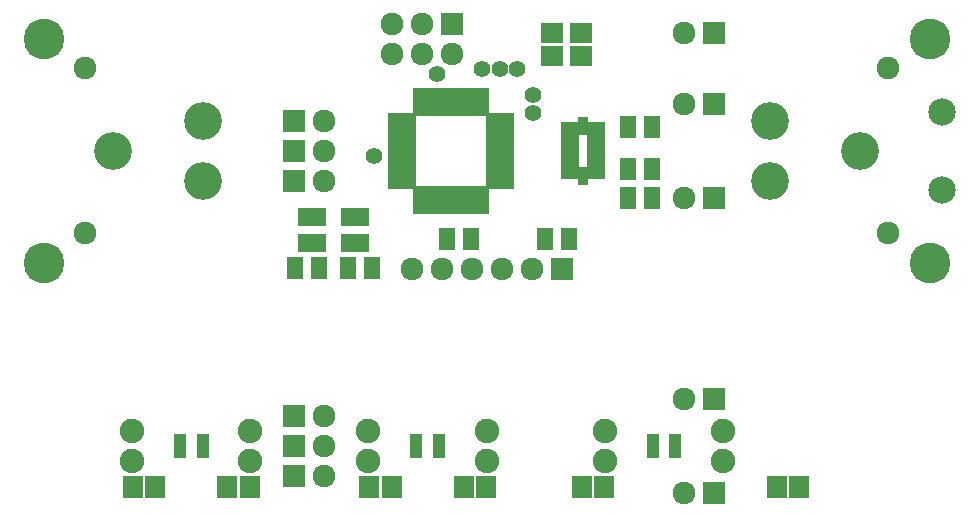
<source format=gbs>
G04 #@! TF.FileFunction,Soldermask,Bot*
%FSLAX46Y46*%
G04 Gerber Fmt 4.6, Leading zero omitted, Abs format (unit mm)*
G04 Created by KiCad (PCBNEW 0.201501310101+5397~21~ubuntu14.10.1-product) date Wednesday 04 February 2015 12:00:38 AM IST*
%MOMM*%
G01*
G04 APERTURE LIST*
%ADD10C,0.100000*%
%ADD11C,3.200000*%
%ADD12R,1.924000X1.924000*%
%ADD13C,1.924000*%
%ADD14R,1.700480X1.898600*%
%ADD15R,1.466800X1.822400*%
%ADD16C,2.076400*%
%ADD17R,1.898600X1.700480*%
%ADD18C,3.448000*%
%ADD19R,0.849580X2.398980*%
%ADD20R,2.398980X0.849580*%
%ADD21R,1.545000X0.950000*%
%ADD22R,0.950000X1.545000*%
%ADD23R,2.400000X1.600000*%
%ADD24C,1.400000*%
%ADD25C,2.305000*%
%ADD26R,1.100000X0.800000*%
G04 APERTURE END LIST*
D10*
D11*
X98000000Y-47460000D03*
X98000000Y-52540000D03*
X105620000Y-50000000D03*
X50000000Y-52540000D03*
X50000000Y-47460000D03*
X42380000Y-50000000D03*
D12*
X93270000Y-79000000D03*
D13*
X90730000Y-79000000D03*
D12*
X93270000Y-54000000D03*
D13*
X90730000Y-54000000D03*
D12*
X57730000Y-75000000D03*
D13*
X60270000Y-75000000D03*
D12*
X93270000Y-71000000D03*
D13*
X90730000Y-71000000D03*
D12*
X57730000Y-50000000D03*
D13*
X60270000Y-50000000D03*
D12*
X57730000Y-52540000D03*
D13*
X60270000Y-52540000D03*
X108000000Y-57000000D03*
X108000000Y-43000000D03*
X40000000Y-43000000D03*
X40000000Y-57000000D03*
D14*
X53952500Y-78500000D03*
X52047500Y-78500000D03*
D15*
X64316000Y-59900000D03*
X62284000Y-59900000D03*
X59816000Y-59900000D03*
X57784000Y-59900000D03*
X70684000Y-57500000D03*
X72716000Y-57500000D03*
X78984000Y-57500000D03*
X81016000Y-57500000D03*
X85984000Y-51500000D03*
X88016000Y-51500000D03*
X85984000Y-54000000D03*
X88016000Y-54000000D03*
X85984000Y-48000000D03*
X88016000Y-48000000D03*
D16*
X94000000Y-76270000D03*
X94000000Y-73730000D03*
X84000000Y-76270000D03*
X84000000Y-73730000D03*
X74000000Y-76270000D03*
X74000000Y-73730000D03*
X64000000Y-76270000D03*
X64000000Y-73730000D03*
X54000000Y-76270000D03*
X54000000Y-73730000D03*
X44000000Y-76270000D03*
X44000000Y-73730000D03*
D12*
X80350000Y-60000000D03*
D13*
X77810000Y-60000000D03*
X75270000Y-60000000D03*
X72730000Y-60000000D03*
X70190000Y-60000000D03*
X67650000Y-60000000D03*
D17*
X79500000Y-40047500D03*
X79500000Y-41952500D03*
X82000000Y-40047500D03*
X82000000Y-41952500D03*
D18*
X36500000Y-59500000D03*
X111500000Y-40500000D03*
X111500000Y-59500000D03*
X36500000Y-40500000D03*
D19*
X68200920Y-54150360D03*
X69001020Y-54150360D03*
X69801120Y-54150360D03*
X70601220Y-54150360D03*
X71398780Y-54150360D03*
X72198880Y-54150360D03*
X72998980Y-54150360D03*
X73799080Y-54150360D03*
X73799080Y-45849640D03*
X68200920Y-45849640D03*
X69001020Y-45849640D03*
X69801120Y-45849640D03*
X70601220Y-45849640D03*
X71398780Y-45849640D03*
X72198880Y-45849640D03*
X72998980Y-45849640D03*
D20*
X75150360Y-52799080D03*
X75150360Y-51998980D03*
X75150360Y-51198880D03*
X75150360Y-50398780D03*
X75150360Y-49601220D03*
X75150360Y-48801120D03*
X75150360Y-48001020D03*
X75150360Y-47200920D03*
X66849640Y-52799080D03*
X66849640Y-51998980D03*
X66849640Y-51198880D03*
X66849640Y-50398780D03*
X66849640Y-49601220D03*
X66849640Y-48801120D03*
X66849640Y-48001020D03*
X66849640Y-47200920D03*
D21*
X83300000Y-52000000D03*
X83300000Y-51200000D03*
X83300000Y-48000000D03*
X83300000Y-48800000D03*
X83300000Y-49600000D03*
X83300000Y-50400000D03*
X81100000Y-50400000D03*
X81100000Y-49600000D03*
X81100000Y-48800000D03*
X81100000Y-48000000D03*
X81100000Y-51200000D03*
X81100000Y-52000000D03*
D22*
X82200000Y-52100000D03*
X82200000Y-47900000D03*
D23*
X62900000Y-57800000D03*
X59200000Y-55600000D03*
X62900000Y-55600000D03*
X59200000Y-57800000D03*
D24*
X75100000Y-43100000D03*
X76600000Y-43100000D03*
X77900000Y-45300000D03*
X77900000Y-46800000D03*
X69800000Y-43500000D03*
X73600000Y-43100000D03*
D12*
X71040000Y-39230000D03*
D13*
X71040000Y-41770000D03*
X68500000Y-39230000D03*
X68500000Y-41770000D03*
X65960000Y-39230000D03*
X65960000Y-41770000D03*
D25*
X112570000Y-53300000D03*
X112570000Y-46700000D03*
D24*
X64500000Y-50400000D03*
D12*
X57730000Y-47460000D03*
D13*
X60270000Y-47460000D03*
D12*
X93270000Y-46000000D03*
D13*
X90730000Y-46000000D03*
D12*
X93270000Y-40000000D03*
D13*
X90730000Y-40000000D03*
D12*
X57730000Y-72460000D03*
D13*
X60270000Y-72460000D03*
D12*
X57730000Y-77540000D03*
D13*
X60270000Y-77540000D03*
D14*
X44047500Y-78500000D03*
X45952500Y-78500000D03*
X64047500Y-78500000D03*
X65952500Y-78500000D03*
X73952500Y-78500000D03*
X72047500Y-78500000D03*
X83952500Y-78500000D03*
X82047500Y-78500000D03*
X98547500Y-78500000D03*
X100452500Y-78500000D03*
D26*
X49950000Y-74350000D03*
X49950000Y-75650000D03*
X49950000Y-75000000D03*
X48050000Y-75650000D03*
X48050000Y-75000000D03*
X48050000Y-74350000D03*
X69950000Y-74350000D03*
X69950000Y-75650000D03*
X69950000Y-75000000D03*
X68050000Y-75650000D03*
X68050000Y-75000000D03*
X68050000Y-74350000D03*
X89950000Y-74350000D03*
X89950000Y-75650000D03*
X89950000Y-75000000D03*
X88050000Y-75650000D03*
X88050000Y-75000000D03*
X88050000Y-74350000D03*
M02*

</source>
